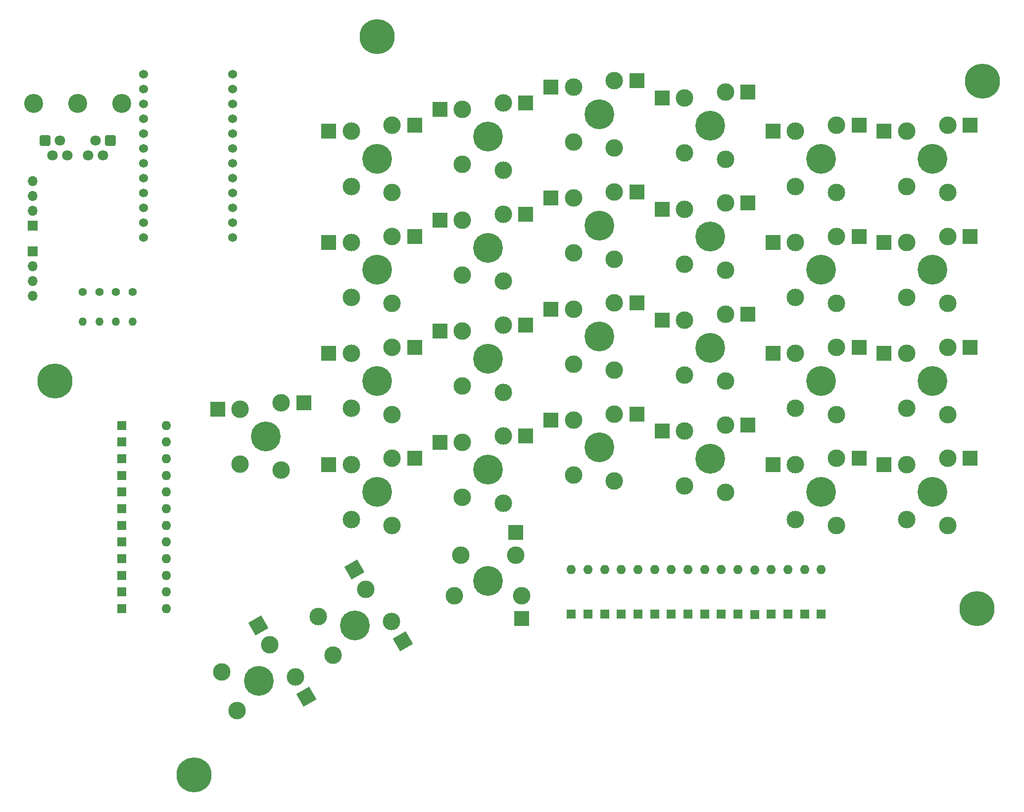
<source format=gts>
%TF.GenerationSoftware,KiCad,Pcbnew,8.0.1*%
%TF.CreationDate,2024-04-28T15:39:47+00:00*%
%TF.ProjectId,split_kb,73706c69-745f-46b6-922e-6b696361645f,rev?*%
%TF.SameCoordinates,Original*%
%TF.FileFunction,Soldermask,Top*%
%TF.FilePolarity,Negative*%
%FSLAX46Y46*%
G04 Gerber Fmt 4.6, Leading zero omitted, Abs format (unit mm)*
G04 Created by KiCad (PCBNEW 8.0.1) date 2024-04-28 15:39:47*
%MOMM*%
%LPD*%
G01*
G04 APERTURE LIST*
G04 Aperture macros list*
%AMRoundRect*
0 Rectangle with rounded corners*
0 $1 Rounding radius*
0 $2 $3 $4 $5 $6 $7 $8 $9 X,Y pos of 4 corners*
0 Add a 4 corners polygon primitive as box body*
4,1,4,$2,$3,$4,$5,$6,$7,$8,$9,$2,$3,0*
0 Add four circle primitives for the rounded corners*
1,1,$1+$1,$2,$3*
1,1,$1+$1,$4,$5*
1,1,$1+$1,$6,$7*
1,1,$1+$1,$8,$9*
0 Add four rect primitives between the rounded corners*
20,1,$1+$1,$2,$3,$4,$5,0*
20,1,$1+$1,$4,$5,$6,$7,0*
20,1,$1+$1,$6,$7,$8,$9,0*
20,1,$1+$1,$8,$9,$2,$3,0*%
%AMRotRect*
0 Rectangle, with rotation*
0 The origin of the aperture is its center*
0 $1 length*
0 $2 width*
0 $3 Rotation angle, in degrees counterclockwise*
0 Add horizontal line*
21,1,$1,$2,0,0,$3*%
G04 Aperture macros list end*
%ADD10R,1.600000X1.600000*%
%ADD11O,1.600000X1.600000*%
%ADD12C,3.000000*%
%ADD13C,5.100000*%
%ADD14R,2.500000X2.550000*%
%ADD15C,3.250000*%
%ADD16RoundRect,0.250000X0.650000X0.650000X-0.650000X0.650000X-0.650000X-0.650000X0.650000X-0.650000X0*%
%ADD17C,1.800000*%
%ADD18C,0.800000*%
%ADD19C,6.000000*%
%ADD20C,1.400000*%
%ADD21O,1.400000X1.400000*%
%ADD22R,1.700000X1.700000*%
%ADD23O,1.700000X1.700000*%
%ADD24R,2.550000X2.500000*%
%ADD25RotRect,2.500000X2.550000X300.000000*%
%ADD26C,1.524000*%
%ADD27RoundRect,0.250000X-0.650000X-0.650000X0.650000X-0.650000X0.650000X0.650000X-0.650000X0.650000X0*%
G04 APERTURE END LIST*
D10*
%TO.C,D26*%
X167200000Y-134920000D03*
D11*
X167200000Y-127300000D03*
%TD*%
D10*
%TO.C,D28*%
X84540000Y-125400000D03*
D11*
X92160000Y-125400000D03*
%TD*%
D12*
%TO.C,SW_back_24*%
X206850000Y-108250000D03*
D13*
X204250000Y-114000000D03*
D12*
X199850000Y-109300000D03*
D14*
X196000000Y-109300000D03*
X210700000Y-108250000D03*
%TD*%
D12*
%TO.C,SW_back_4*%
X187850000Y-45550000D03*
D13*
X185250000Y-51300000D03*
D12*
X180850000Y-46600000D03*
D14*
X177000000Y-46600000D03*
X191700000Y-45550000D03*
%TD*%
D12*
%TO.C,SW_back_10*%
X206850000Y-70250000D03*
D13*
X204250000Y-76000000D03*
D12*
X199850000Y-71300000D03*
D14*
X196000000Y-71300000D03*
X210700000Y-70250000D03*
%TD*%
D12*
%TO.C,SW_back_26*%
X168850000Y-100650000D03*
D13*
X166250000Y-106400000D03*
D12*
X161850000Y-101700000D03*
D14*
X158000000Y-101700000D03*
X172700000Y-100650000D03*
%TD*%
D12*
%TO.C,SW_back_13*%
X149850000Y-66450000D03*
D13*
X147250000Y-72200000D03*
D12*
X142850000Y-67500000D03*
D14*
X139000000Y-67500000D03*
X153700000Y-66450000D03*
%TD*%
D10*
%TO.C,D27*%
X84550000Y-102600000D03*
D11*
X92170000Y-102600000D03*
%TD*%
D15*
%TO.C,J3*%
X84550000Y-47500000D03*
X77050000Y-47500000D03*
D16*
X82640000Y-53850000D03*
D17*
X81370000Y-56390000D03*
X80100000Y-53850000D03*
X78830000Y-56390000D03*
%TD*%
D18*
%TO.C,H1*%
X126000000Y-36100000D03*
X126659010Y-34509010D03*
X126659010Y-37690990D03*
X128250000Y-33850000D03*
D19*
X128250000Y-36100000D03*
D18*
X128250000Y-38350000D03*
X129840990Y-34509010D03*
X129840990Y-37690990D03*
X130500000Y-36100000D03*
%TD*%
D12*
%TO.C,SW_back_16*%
X225850000Y-89250000D03*
D13*
X223250000Y-95000000D03*
D12*
X218850000Y-90300000D03*
D14*
X215000000Y-90300000D03*
X229700000Y-89250000D03*
%TD*%
D10*
%TO.C,D6*%
X84550000Y-105450000D03*
D11*
X92170000Y-105450000D03*
%TD*%
D12*
%TO.C,SW_back_3*%
X206850000Y-51250000D03*
D13*
X204250000Y-57000000D03*
D12*
X199850000Y-52300000D03*
D14*
X196000000Y-52300000D03*
X210700000Y-51250000D03*
%TD*%
D10*
%TO.C,D7*%
X84540000Y-114000000D03*
D11*
X92160000Y-114000000D03*
%TD*%
D10*
%TO.C,D4*%
X181450000Y-134930000D03*
D11*
X181450000Y-127310000D03*
%TD*%
D12*
%TO.C,SW_back_14*%
X130850000Y-70250000D03*
D13*
X128250000Y-76000000D03*
D12*
X123850000Y-71300000D03*
D14*
X120000000Y-71300000D03*
X134700000Y-70250000D03*
%TD*%
D10*
%TO.C,D21*%
X84540000Y-122550000D03*
D11*
X92160000Y-122550000D03*
%TD*%
D10*
%TO.C,D9*%
X195700000Y-134920000D03*
D11*
X195700000Y-127300000D03*
%TD*%
D12*
%TO.C,SW_back_19*%
X168850000Y-81650000D03*
D13*
X166250000Y-87400000D03*
D12*
X161850000Y-82700000D03*
D14*
X158000000Y-82700000D03*
X172700000Y-81650000D03*
%TD*%
D10*
%TO.C,D8*%
X84540000Y-133950000D03*
D11*
X92160000Y-133950000D03*
%TD*%
D12*
%TO.C,SW_back_21*%
X130850000Y-89250000D03*
D13*
X128250000Y-95000000D03*
D12*
X123850000Y-90300000D03*
D14*
X120000000Y-90300000D03*
X134700000Y-89250000D03*
%TD*%
D18*
%TO.C,H3*%
X229550000Y-43700000D03*
X230209010Y-42109010D03*
X230209010Y-45290990D03*
X231800000Y-41450000D03*
D19*
X231800000Y-43700000D03*
D18*
X231800000Y-45950000D03*
X233390990Y-42109010D03*
X233390990Y-45290990D03*
X234050000Y-43700000D03*
%TD*%
D10*
%TO.C,D20*%
X84540000Y-111150000D03*
D11*
X92160000Y-111150000D03*
%TD*%
D12*
%TO.C,SW_back_9*%
X225850000Y-70250000D03*
D13*
X223250000Y-76000000D03*
D12*
X218850000Y-71300000D03*
D14*
X215000000Y-71300000D03*
X229700000Y-70250000D03*
%TD*%
D12*
%TO.C,SW_back_1*%
X111850000Y-98750000D03*
D13*
X109250000Y-104500000D03*
D12*
X104850000Y-99800000D03*
D14*
X101000000Y-99800000D03*
X115700000Y-98750000D03*
%TD*%
D10*
%TO.C,D17*%
X187150000Y-134930000D03*
D11*
X187150000Y-127310000D03*
%TD*%
D10*
%TO.C,D25*%
X178600000Y-134920000D03*
D11*
X178600000Y-127300000D03*
%TD*%
D10*
%TO.C,D15*%
X84550000Y-131100000D03*
D11*
X92170000Y-131100000D03*
%TD*%
D20*
%TO.C,R0*%
X77900000Y-79800000D03*
D21*
X77900000Y-84880000D03*
%TD*%
D10*
%TO.C,D24*%
X190000000Y-134930000D03*
D11*
X190000000Y-127310000D03*
%TD*%
D12*
%TO.C,SW_back_6*%
X149850000Y-47450000D03*
D13*
X147250000Y-53200000D03*
D12*
X142850000Y-48500000D03*
D14*
X139000000Y-48500000D03*
X153700000Y-47450000D03*
%TD*%
D20*
%TO.C,R2*%
X83600000Y-79800000D03*
D21*
X83600000Y-84880000D03*
%TD*%
D12*
%TO.C,SW_back_17*%
X206850000Y-89250000D03*
D13*
X204250000Y-95000000D03*
D12*
X199850000Y-90300000D03*
D14*
X196000000Y-90300000D03*
X210700000Y-89250000D03*
%TD*%
D20*
%TO.C,R1*%
X80750000Y-79800000D03*
D21*
X80750000Y-84880000D03*
%TD*%
D10*
%TO.C,D18*%
X175750000Y-134930000D03*
D11*
X175750000Y-127310000D03*
%TD*%
D12*
%TO.C,SW_back_5*%
X168850000Y-43650000D03*
D13*
X166250000Y-49400000D03*
D12*
X161850000Y-44700000D03*
D14*
X158000000Y-44700000D03*
X172700000Y-43650000D03*
%TD*%
D12*
%TO.C,SW_back_23*%
X225850000Y-108250000D03*
D13*
X223250000Y-114000000D03*
D12*
X218850000Y-109300000D03*
D14*
X215000000Y-109300000D03*
X229700000Y-108250000D03*
%TD*%
D10*
%TO.C,D16*%
X198550000Y-134930000D03*
D11*
X198550000Y-127310000D03*
%TD*%
D22*
%TO.C,J2*%
X69350000Y-68400000D03*
D23*
X69350000Y-65860000D03*
X69350000Y-63320000D03*
X69350000Y-60780000D03*
%TD*%
D18*
%TO.C,H4*%
X228600000Y-133950000D03*
X229259010Y-132359010D03*
X229259010Y-135540990D03*
X230850000Y-131700000D03*
D19*
X230850000Y-133950000D03*
D18*
X230850000Y-136200000D03*
X232440990Y-132359010D03*
X232440990Y-135540990D03*
X233100000Y-133950000D03*
%TD*%
%TO.C,H5*%
X70900000Y-95000000D03*
X71559010Y-93409010D03*
X71559010Y-96590990D03*
X73150000Y-92750000D03*
D19*
X73150000Y-95000000D03*
D18*
X73150000Y-97250000D03*
X74740990Y-93409010D03*
X74740990Y-96590990D03*
X75400000Y-95000000D03*
%TD*%
D10*
%TO.C,D14*%
X84540000Y-119700000D03*
D11*
X92160000Y-119700000D03*
%TD*%
D10*
%TO.C,D2*%
X204250000Y-134920000D03*
D11*
X204250000Y-127300000D03*
%TD*%
D12*
%TO.C,SW_back_22*%
X153000000Y-131800000D03*
D13*
X147250000Y-129200000D03*
D12*
X151950000Y-124800000D03*
D24*
X151950000Y-120950000D03*
X153000000Y-135650000D03*
%TD*%
D12*
%TO.C,SW_back_12*%
X168850000Y-62650000D03*
D13*
X166250000Y-68400000D03*
D12*
X161850000Y-63700000D03*
D14*
X158000000Y-63700000D03*
X172700000Y-62650000D03*
%TD*%
D10*
%TO.C,D13*%
X84570000Y-108300000D03*
D11*
X92190000Y-108300000D03*
%TD*%
D12*
%TO.C,SW_back_18*%
X187850000Y-83550000D03*
D13*
X185250000Y-89300000D03*
D12*
X180850000Y-84600000D03*
D14*
X177000000Y-84600000D03*
X191700000Y-83550000D03*
%TD*%
D10*
%TO.C,D22*%
X84540000Y-128250000D03*
D11*
X92160000Y-128250000D03*
%TD*%
D10*
%TO.C,D5*%
X170050000Y-134930000D03*
D11*
X170050000Y-127310000D03*
%TD*%
D20*
%TO.C,R3*%
X86450000Y-79800000D03*
D21*
X86450000Y-84880000D03*
%TD*%
D12*
%TO.C,SW_back_15*%
X130729646Y-136176666D03*
D13*
X124450000Y-136800000D03*
D12*
X126320319Y-130639488D03*
D25*
X124395319Y-127305290D03*
X132654646Y-139510864D03*
%TD*%
D18*
%TO.C,H2*%
X94650000Y-162450000D03*
X95309010Y-160859010D03*
X95309010Y-164040990D03*
X96900000Y-160200000D03*
D19*
X96900000Y-162450000D03*
D18*
X96900000Y-164700000D03*
X98490990Y-160859010D03*
X98490990Y-164040990D03*
X99150000Y-162450000D03*
%TD*%
D12*
%TO.C,SW_back_25*%
X187850000Y-102550000D03*
D13*
X185250000Y-108300000D03*
D12*
X180850000Y-103600000D03*
D14*
X177000000Y-103600000D03*
X191700000Y-102550000D03*
%TD*%
D12*
%TO.C,SW_back_20*%
X149850000Y-85450000D03*
D13*
X147250000Y-91200000D03*
D12*
X142850000Y-86500000D03*
D14*
X139000000Y-86500000D03*
X153700000Y-85450000D03*
%TD*%
D10*
%TO.C,D12*%
X161500000Y-134920000D03*
D11*
X161500000Y-127300000D03*
%TD*%
D10*
%TO.C,D1*%
X84550000Y-116850000D03*
D11*
X92170000Y-116850000D03*
%TD*%
D12*
%TO.C,SW_back_2*%
X225850000Y-51250000D03*
D13*
X223250000Y-57000000D03*
D12*
X218850000Y-52300000D03*
D14*
X215000000Y-52300000D03*
X229700000Y-51250000D03*
%TD*%
D10*
%TO.C,D19*%
X164350000Y-134930000D03*
D11*
X164350000Y-127310000D03*
%TD*%
D12*
%TO.C,SW_back_11*%
X187850000Y-64550000D03*
D13*
X185250000Y-70300000D03*
D12*
X180850000Y-65600000D03*
D14*
X177000000Y-65600000D03*
X191700000Y-64550000D03*
%TD*%
D10*
%TO.C,D10*%
X184300000Y-134930000D03*
D11*
X184300000Y-127310000D03*
%TD*%
D10*
%TO.C,D23*%
X201400000Y-134930000D03*
D11*
X201400000Y-127310000D03*
%TD*%
D10*
%TO.C,D11*%
X172900000Y-134930000D03*
D11*
X172900000Y-127310000D03*
%TD*%
D12*
%TO.C,SW_back_7*%
X130850000Y-51250000D03*
D13*
X128250000Y-57000000D03*
D12*
X123850000Y-52300000D03*
D14*
X120000000Y-52300000D03*
X134700000Y-51250000D03*
%TD*%
D12*
%TO.C,SW_back_27*%
X149850000Y-104450000D03*
D13*
X147250000Y-110200000D03*
D12*
X142850000Y-105500000D03*
D14*
X139000000Y-105500000D03*
X153700000Y-104450000D03*
%TD*%
D12*
%TO.C,SW_back_8*%
X114275164Y-145676666D03*
D13*
X107995518Y-146300000D03*
D12*
X109865837Y-140139488D03*
D25*
X107940837Y-136805290D03*
X116200164Y-149010864D03*
%TD*%
D10*
%TO.C,D3*%
X192850000Y-134940000D03*
D11*
X192850000Y-127320000D03*
%TD*%
D12*
%TO.C,SW_back_28*%
X130850000Y-108250000D03*
D13*
X128250000Y-114000000D03*
D12*
X123850000Y-109300000D03*
D14*
X120000000Y-109300000D03*
X134700000Y-108250000D03*
%TD*%
D22*
%TO.C,J4*%
X69350000Y-72820000D03*
D23*
X69350000Y-75360000D03*
X69350000Y-77900000D03*
X69350000Y-80440000D03*
%TD*%
D12*
%TO.C,SW_front_23*%
X225850000Y-119750000D03*
D13*
X223250000Y-114000000D03*
D12*
X218850000Y-118700000D03*
%TD*%
%TO.C,SW_front_16*%
X225850000Y-100750000D03*
D13*
X223250000Y-95000000D03*
D12*
X218850000Y-99700000D03*
%TD*%
D26*
%TO.C,U_back1*%
X88341400Y-42522000D03*
X88341400Y-45062000D03*
X88341400Y-47602000D03*
X88341400Y-50142000D03*
X88341400Y-52682000D03*
X88341400Y-55222000D03*
X88341400Y-57762000D03*
X88341400Y-60302000D03*
X88341400Y-62842000D03*
X88341400Y-65382000D03*
X88341400Y-67922000D03*
X88341400Y-70462000D03*
X103561400Y-70462000D03*
X103561400Y-67922000D03*
X103561400Y-65382000D03*
X103561400Y-62842000D03*
X103561400Y-60302000D03*
X103561400Y-57762000D03*
X103561400Y-55222000D03*
X103561400Y-52682000D03*
X103561400Y-50142000D03*
X103561400Y-47602000D03*
X103561400Y-45062000D03*
X103561400Y-42522000D03*
%TD*%
D12*
%TO.C,SW_front_7*%
X130850000Y-62750000D03*
D13*
X128250000Y-57000000D03*
D12*
X123850000Y-61700000D03*
%TD*%
%TO.C,SW_front_9*%
X225850000Y-81750000D03*
D13*
X223250000Y-76000000D03*
D12*
X218850000Y-80700000D03*
%TD*%
%TO.C,SW_front_25*%
X187850000Y-114050000D03*
D13*
X185250000Y-108300000D03*
D12*
X180850000Y-113000000D03*
%TD*%
D15*
%TO.C,J1*%
X69550000Y-47500000D03*
X77050000Y-47500000D03*
D27*
X71460000Y-53850000D03*
D17*
X72730000Y-56390000D03*
X74000000Y-53850000D03*
X75270000Y-56390000D03*
%TD*%
D12*
%TO.C,SW_front_14*%
X130850000Y-81750000D03*
D13*
X128250000Y-76000000D03*
D12*
X123850000Y-80700000D03*
%TD*%
%TO.C,SW_front_11*%
X187850000Y-76050000D03*
D13*
X185250000Y-70300000D03*
D12*
X180850000Y-75000000D03*
%TD*%
%TO.C,SW_front_19*%
X168850000Y-93150000D03*
D13*
X166250000Y-87400000D03*
D12*
X161850000Y-92100000D03*
%TD*%
%TO.C,SW_front_2*%
X225850000Y-62750000D03*
D13*
X223250000Y-57000000D03*
D12*
X218850000Y-61700000D03*
%TD*%
%TO.C,SW_front_13*%
X149850000Y-77950000D03*
D13*
X147250000Y-72200000D03*
D12*
X142850000Y-76900000D03*
%TD*%
%TO.C,SW_front_20*%
X149850000Y-96950000D03*
D13*
X147250000Y-91200000D03*
D12*
X142850000Y-95900000D03*
%TD*%
%TO.C,SW_front_27*%
X149850000Y-115950000D03*
D13*
X147250000Y-110200000D03*
D12*
X142850000Y-114900000D03*
%TD*%
%TO.C,SW_front_3*%
X206850000Y-62750000D03*
D13*
X204250000Y-57000000D03*
D12*
X199850000Y-61700000D03*
%TD*%
%TO.C,SW_front_5*%
X168850000Y-55150000D03*
D13*
X166250000Y-49400000D03*
D12*
X161850000Y-54100000D03*
%TD*%
%TO.C,SW_front_10*%
X206850000Y-81750000D03*
D13*
X204250000Y-76000000D03*
D12*
X199850000Y-80700000D03*
%TD*%
%TO.C,SW_front_4*%
X187850000Y-57050000D03*
D13*
X185250000Y-51300000D03*
D12*
X180850000Y-56000000D03*
%TD*%
%TO.C,SW_front_17*%
X206850000Y-100750000D03*
D13*
X204250000Y-95000000D03*
D12*
X199850000Y-99700000D03*
%TD*%
%TO.C,SW_front_22*%
X141500000Y-131800000D03*
D13*
X147250000Y-129200000D03*
D12*
X142550000Y-124800000D03*
%TD*%
%TO.C,SW_front_21*%
X130850000Y-100750000D03*
D13*
X128250000Y-95000000D03*
D12*
X123850000Y-99700000D03*
%TD*%
%TO.C,SW_front_1*%
X111850000Y-110250000D03*
D13*
X109250000Y-104500000D03*
D12*
X104850000Y-109200000D03*
%TD*%
%TO.C,SW_front_18*%
X187850000Y-95050000D03*
D13*
X185250000Y-89300000D03*
D12*
X180850000Y-94000000D03*
%TD*%
%TO.C,SW_front_26*%
X168850000Y-112150000D03*
D13*
X166250000Y-106400000D03*
D12*
X161850000Y-111100000D03*
%TD*%
%TO.C,SW_front_28*%
X130850000Y-119750000D03*
D13*
X128250000Y-114000000D03*
D12*
X123850000Y-118700000D03*
%TD*%
%TO.C,SW_front_24*%
X206850000Y-119750000D03*
D13*
X204250000Y-114000000D03*
D12*
X199850000Y-118700000D03*
%TD*%
%TO.C,SW_front_12*%
X168850000Y-74150000D03*
D13*
X166250000Y-68400000D03*
D12*
X161850000Y-73100000D03*
%TD*%
%TO.C,SW_front_8*%
X104315872Y-151426666D03*
D13*
X107995518Y-146300000D03*
D12*
X101725199Y-144839488D03*
%TD*%
%TO.C,SW_front_15*%
X120770354Y-141926666D03*
D13*
X124450000Y-136800000D03*
D12*
X118179681Y-135339488D03*
%TD*%
%TO.C,SW_front_6*%
X149850000Y-58950000D03*
D13*
X147250000Y-53200000D03*
D12*
X142850000Y-57900000D03*
%TD*%
M02*

</source>
